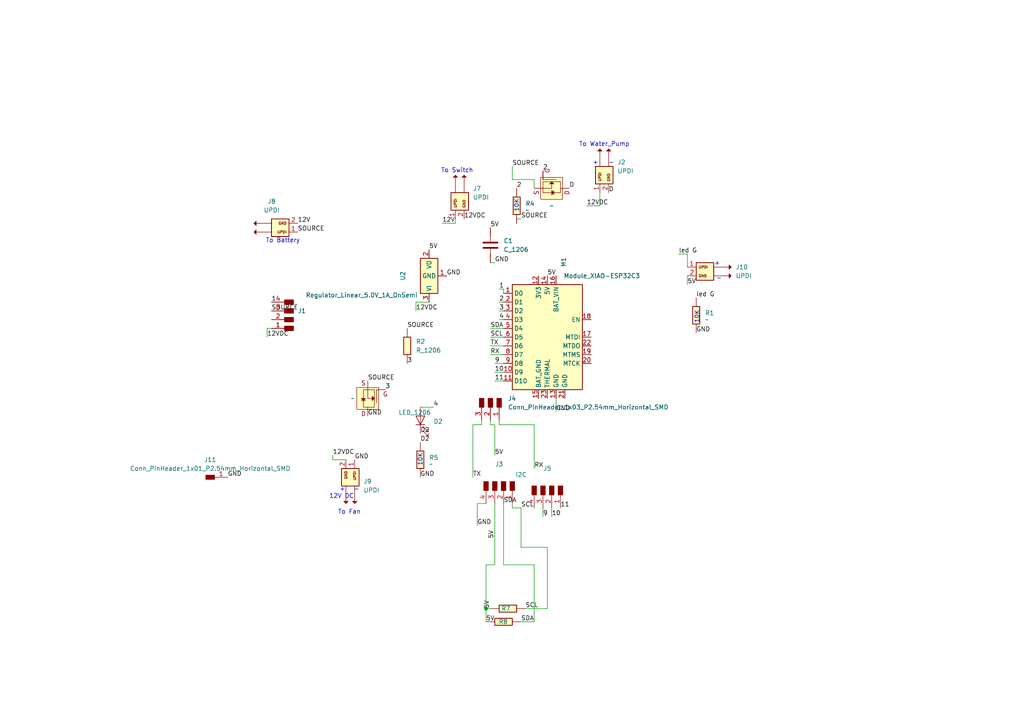
<source format=kicad_sch>
(kicad_sch (version 20231120) (generator "eeschema") (generator_version "8.0")
  (paper "A4")
  (lib_symbols
    (symbol "fab:C_1206" (pin_numbers hide)
      (property "Reference" "C" (at 0.635 2.54 0))
      (property "Value" "C_1206" (at 0.635 -2.54 0))
      (symbol "C_1206_0_1"
        (polyline (pts (xy -2.032 -0.762) (xy 2.032 -0.762)) (stroke (width 0.508)))
        (polyline (pts (xy -2.032 0.762) (xy 2.032 0.762)) (stroke (width 0.508)))
        (polyline (pts (xy 0 -0.635) (xy 0 -2.54)))
        (polyline (pts (xy 0 0.635) (xy 0 2.54)))
      )
      (symbol "C_1206_1_1"
        (pin passive line (at 0 5.08 270) (length 2.54) (name "~") (number "1"))
        (pin passive line (at 0 -5.08 90) (length 2.54) (name "~") (number "2"))
      )
    )
    (symbol "fab:Conn_PinHeader_1x01_P2.54mm_Horizontal_SMD" (pin_names (offset 1.016) hide)
      (property "Reference" "J" (at 0 2.54 0))
      (property "Value" "Conn_PinHeader_1x01_P2.54mm_Horizontal_SMD" (at 0 -2.54 0))
      (symbol "Conn_PinHeader_1x01_P2.54mm_Horizontal_SMD_1_1"
        (rectangle (start -1.27 0.635) (end 1.27 -0.635) (stroke (width 0.1524)) (fill (type outline)))
        (pin passive line (at 5.08 0 180) (length 3.81) (name "Pin_1") (number "1"))
      )
    )
    (symbol "fab:Conn_PinHeader_1x03_P2.54mm_Horizontal_SMD" (pin_names hide)
      (property "Reference" "J" (at 0 5.08 0))
      (property "Value" "Conn_PinHeader_1x03_P2.54mm_Horizontal_SMD" (at 0 -5.08 0))
      (symbol "Conn_PinHeader_1x03_P2.54mm_Horizontal_SMD_1_1"
        (rectangle (start -1.27 -1.905) (end 1.27 -3.175) (stroke (width 0.254)) (fill (type outline)))
        (rectangle (start -1.27 0.635) (end 1.27 -0.635) (stroke (width 0.254)) (fill (type outline)))
        (rectangle (start -1.27 3.175) (end 1.27 1.905) (stroke (width 0.254)) (fill (type outline)))
        (pin passive line (at 5.08 2.54 180) (length 3.81) (name "Pin_1") (number "1"))
        (pin passive line (at 5.08 0 180) (length 3.81) (name "Pin_2") (number "2"))
        (pin passive line (at 5.08 -2.54 180) (length 3.81) (name "Pin_3") (number "3"))
      )
    )
    (symbol "fab:Conn_PinHeader_1x04_P2.54mm_Horizontal_SMD" (pin_names hide)
      (property "Reference" "J" (at 0 5.08 0))
      (property "Value" "Conn_PinHeader_1x04_P2.54mm_Horizontal_SMD" (at 0 -7.62 0))
      (symbol "Conn_PinHeader_1x04_P2.54mm_Horizontal_SMD_1_1"
        (rectangle (start -1.27 -4.445) (end 1.27 -5.715) (stroke (width 0.254)) (fill (type outline)))
        (rectangle (start -1.27 -1.905) (end 1.27 -3.175) (stroke (width 0.254)) (fill (type outline)))
        (rectangle (start -1.27 0.635) (end 1.27 -0.635) (stroke (width 0.254)) (fill (type outline)))
        (rectangle (start -1.27 3.175) (end 1.27 1.905) (stroke (width 0.254)) (fill (type outline)))
        (pin passive line (at 5.08 2.54 180) (length 3.81) (name "Pin_1") (number "1"))
        (pin passive line (at 5.08 0 180) (length 3.81) (name "Pin_2") (number "2"))
        (pin passive line (at 5.08 -2.54 180) (length 3.81) (name "Pin_3") (number "3"))
        (pin passive line (at 5.08 -5.08 180) (length 3.81) (name "Pin_4") (number "4"))
      )
    )
    (symbol "fab:Conn_PinHeader_UPDI_1x02_P2.54mm_Horizontal_SMD"
      (property "Reference" "J" (at 0 3.81 0))
      (property "Value" "Conn_PinHeader_UPDI_1x02_P2.54mm_Horizontal_SMD" (at 0 -3.81 0))
      (symbol "Conn_PinHeader_UPDI_1x02_P2.54mm_Horizontal_SMD_0_0"
        (rectangle (start -2.54 2.54) (end 2.54 -2.54) (stroke (width 0.254)) (fill (type background)))
        (polyline (pts (xy 2.54 -1.27) (xy 7.62 -1.27)))
        (polyline (pts (xy 2.54 1.27) (xy 7.62 1.27)))
        (polyline (pts (xy 6.985 -0.635) (xy 7.62 -1.27) (xy 6.985 -1.905) (xy 6.985 -0.635)) (fill (type outline)))
        (polyline (pts (xy 6.985 1.905) (xy 7.62 1.27) (xy 6.985 0.635) (xy 6.985 1.905)) (fill (type outline)))
        (text "GND" (at -1.905 -1.27 0) (effects (font (size 0.75 0.75)) (justify left)))
        (text "UPDI" (at -1.905 1.27 0) (effects (font (size 0.75 0.75)) (justify left)))
      )
      (symbol "Conn_PinHeader_UPDI_1x02_P2.54mm_Horizontal_SMD_1_1"
        (pin passive line (at -5.08 1.27 0) (length 2.54) (name "") (number "1"))
        (pin passive line (at -5.08 -1.27 0) (length 2.54) (name "") (number "2"))
      )
    )
    (symbol "fab:LED_1206" (pin_numbers hide) (pin_names (offset 1.016) hide)
      (property "Reference" "D" (at 0 2.54 0))
      (property "Value" "LED_1206" (at 0 -2.54 0))
      (symbol "LED_1206_0_1"
        (polyline (pts (xy -1.27 -1.27) (xy -1.27 1.27)) (stroke (width 0.2032)))
        (polyline (pts (xy -1.27 0) (xy 1.27 0)))
        (polyline (pts (xy 1.27 -1.27) (xy 1.27 1.27) (xy -1.27 0) (xy 1.27 -1.27)) (stroke (width 0.2032)))
        (polyline (pts (xy -3.048 -0.762) (xy -4.572 -2.286) (xy -3.81 -2.286) (xy -4.572 -2.286) (xy -4.572 -1.524)))
        (polyline (pts (xy -1.778 -0.762) (xy -3.302 -2.286) (xy -2.54 -2.286) (xy -3.302 -2.286) (xy -3.302 -1.524)))
      )
      (symbol "LED_1206_1_1"
        (pin passive line (at -3.81 0 0) (length 2.54) (name "K") (number "1"))
        (pin passive line (at 3.81 0 180) (length 2.54) (name "A") (number "2"))
      )
    )
    (symbol "fab:Module_XIAO-ESP32C3"
      (property "Reference" "M" (at -10.16 16.51 0))
      (property "Value" "Module_XIAO-ESP32C3" (at 3.81 16.51 0))
      (symbol "Module_XIAO-ESP32C3_1_1"
        (rectangle (start -10.16 15.24) (end 10.16 -15.24) (stroke (width 0.254)) (fill (type background)))
        (pin bidirectional line (at -12.7 12.7 0) (length 2.54) (name "D0") (number "1"))
        (pin bidirectional line (at -12.7 -10.16 0) (length 2.54) (name "D9") (number "10"))
        (pin bidirectional line (at -12.7 -12.7 0) (length 2.54) (name "D10") (number "11"))
        (pin power_in line (at -2.54 17.78 270) (length 2.54) (name "3V3") (number "12"))
        (pin power_in line (at 2.54 -17.78 90) (length 2.54) (name "GND") (number "13"))
        (pin power_in line (at 0 17.78 270) (length 2.54) (name "5V") (number "14"))
        (pin power_in line (at -2.54 -17.78 90) (length 2.54) (name "BAT_GND") (number "15"))
        (pin power_in line (at 2.54 17.78 270) (length 2.54) (name "BAT_VIN") (number "16"))
        (pin input line (at 12.7 0 180) (length 2.54) (name "MTDI") (number "17"))
        (pin input line (at 12.7 5.08 180) (length 2.54) (name "EN") (number "18"))
        (pin input line (at 12.7 -5.08 180) (length 2.54) (name "MTMS") (number "19"))
        (pin bidirectional line (at -12.7 10.16 0) (length 2.54) (name "D1") (number "2"))
        (pin input line (at 12.7 -7.62 180) (length 2.54) (name "MTCK") (number "20"))
        (pin power_in line (at 5.08 -17.78 90) (length 2.54) (name "GND") (number "21"))
        (pin output line (at 12.7 -2.54 180) (length 2.54) (name "MTDO") (number "22"))
        (pin power_in line (at 0 -17.78 90) (length 2.54) (name "THERMAL") (number "23"))
        (pin bidirectional line (at -12.7 7.62 0) (length 2.54) (name "D2") (number "3"))
        (pin bidirectional line (at -12.7 5.08 0) (length 2.54) (name "D3") (number "4"))
        (pin bidirectional line (at -12.7 2.54 0) (length 2.54) (name "D4") (number "5"))
        (pin bidirectional line (at -12.7 0 0) (length 2.54) (name "D5") (number "6"))
        (pin bidirectional line (at -12.7 -2.54 0) (length 2.54) (name "D6") (number "7"))
        (pin bidirectional line (at -12.7 -5.08 0) (length 2.54) (name "D7") (number "8"))
        (pin bidirectional line (at -12.7 -7.62 0) (length 2.54) (name "D8") (number "9"))
      )
    )
    (symbol "fab:R_1206" (pin_numbers hide) (pin_names (offset 0))
      (property "Reference" "R" (at 2.54 0 90))
      (property "Value" "R_1206" (at -2.54 0 90))
      (symbol "R_1206_0_1"
        (rectangle (start -1.016 -2.54) (end 1.016 2.54) (stroke (width 0.254)) (fill (type background)))
      )
      (symbol "R_1206_1_1"
        (pin passive line (at 0 5.08 270) (length 2.54) (name "~") (number "1"))
        (pin passive line (at 0 -5.08 90) (length 2.54) (name "~") (number "2"))
      )
    )
    (symbol "fab:Regulator_Linear_5.0V_1A_OnSemi"
      (property "Reference" "U" (at -5.08 6.35 0))
      (property "Value" "Regulator_Linear_5.0V_1A_OnSemi" (at -5.08 3.81 0))
      (symbol "Regulator_Linear_5.0V_1A_OnSemi_0_1"
        (rectangle (start -5.08 2.54) (end 5.08 -2.54) (stroke (width 0.254)) (fill (type background)))
      )
      (symbol "Regulator_Linear_5.0V_1A_OnSemi_1_1"
        (pin power_in line (at 0 -5.08 90) (length 2.54) (name "GND") (number "1"))
        (pin power_out line (at 7.62 0 180) (length 2.54) (name "VO") (number "2"))
        (pin power_in line (at -7.62 0 0) (length 2.54) (name "VI") (number "3"))
      )
    )
    (symbol "fab:Transistor_MOSFET_NCh_TO252" (pin_numbers hide) (pin_names hide)
      (property "Reference" "Q" (at 3.81 1.27 0))
      (property "Value" "Transistor_MOSFET_NCh_TO252" (at 3.81 -1.27 0))
      (symbol "Transistor_MOSFET_NCh_TO252_0_1"
        (polyline (pts (xy 0 2.54) (xy 1.27 2.54) (xy 1.27 -2.54) (xy 0 -2.54)))
      )
      (symbol "Transistor_MOSFET_NCh_TO252_1_0"
        (text "D" (at 1.27 4.445 0) (effects (font (size 1.27 1.27))))
        (text "G" (at -5.08 -1.27 0) (effects (font (size 1.27 1.27))))
        (text "S" (at 1.27 -4.445 0) (effects (font (size 1.27 1.27))))
      )
      (symbol "Transistor_MOSFET_NCh_TO252_1_1"
        (rectangle (start -3.175 3.175) (end 3.175 -3.175) (fill (type background)))
        (polyline (pts (xy -2.54 -2.54) (xy -2.54 1.27)) (stroke (width 0.15)))
        (polyline (pts (xy -1.905 -2.54) (xy 0 -2.54)) (stroke (width 0.15)))
        (polyline (pts (xy -1.905 2.54) (xy -1.905 -2.54)) (stroke (width 0.15)))
        (polyline (pts (xy 0 2.54) (xy -1.905 2.54)) (stroke (width 0.15)))
        (polyline (pts (xy 0.635 0.635) (xy 1.905 0.635)) (stroke (width 0.15)))
        (polyline (pts (xy 0 -2.54) (xy 0 0) (xy -1.905 0)) (stroke (width 0.15)))
        (polyline (pts (xy -1.905 0) (xy -1.27 0.635) (xy -1.27 -0.635) (xy -1.905 0)) (fill (type outline)))
        (polyline (pts (xy 1.27 0.635) (xy 1.905 0) (xy 0.635 0) (xy 1.27 0.635)) (fill (type outline)))
        (pin passive line (at -5.08 -2.54 0) (length 2.54) (name "G") (number "1"))
        (pin passive line (at 0 5.08 270) (length 2.54) (name "D") (number "2"))
        (pin passive line (at 0 -5.08 90) (length 2.54) (name "S") (number "3"))
      )
    )
  )
  (junction (at 140.97 176.53))
  (wire (pts (xy 143.51 123.19) (xy 142.24 123.19)))
  (wire (pts (xy 137.16 138.43) (xy 137.16 123.19)))
  (wire (pts (xy 146.05 146.05) (xy 146.05 163.83)))
  (wire (pts (xy 143.51 105.41) (xy 146.05 105.41)))
  (wire (pts (xy 151.13 63.5) (xy 149.86 63.5)))
  (wire (pts (xy 128.27 64.77) (xy 132.08 64.77)))
  (wire (pts (xy 142.24 176.53) (xy 140.97 176.53)))
  (wire (pts (xy 199.39 73.66) (xy 199.39 77.47)))
  (wire (pts (xy 120.65 87.63) (xy 124.46 87.63)))
  (wire (pts (xy 137.16 123.19) (xy 139.7 123.19)))
  (wire (pts (xy 140.97 180.34) (xy 140.97 176.53)))
  (wire (pts (xy 143.51 132.08) (xy 143.51 123.19)))
  (wire (pts (xy 154.94 123.19) (xy 144.78 123.19)))
  (wire (pts (xy 142.24 100.33) (xy 146.05 100.33)))
  (wire (pts (xy 173.99 59.69) (xy 173.99 55.88)))
  (wire (pts (xy 170.18 59.69) (xy 173.99 59.69)))
  (wire (pts (xy 139.7 123.19) (xy 139.7 121.92)))
  (wire (pts (xy 140.97 163.83) (xy 140.97 176.53)))
  (wire (pts (xy 143.51 110.49) (xy 146.05 110.49)))
  (wire (pts (xy 157.48 149.86) (xy 157.48 147.32)))
  (wire (pts (xy 146.05 83.82) (xy 146.05 85.09)))
  (wire (pts (xy 146.05 163.83) (xy 154.94 163.83)))
  (wire (pts (xy 199.39 82.55) (xy 199.39 80.01)))
  (wire (pts (xy 77.47 97.79) (xy 77.47 95.25)))
  (wire (pts (xy 142.24 102.87) (xy 146.05 102.87)))
  (wire (pts (xy 144.78 92.71) (xy 146.05 92.71)))
  (wire (pts (xy 142.24 123.19) (xy 142.24 121.92)))
  (wire (pts (xy 140.97 163.83) (xy 143.51 163.83)))
  (wire (pts (xy 154.94 52.07) (xy 154.94 54.61)))
  (wire (pts (xy 154.94 135.89) (xy 154.94 123.19)))
  (wire (pts (xy 158.75 158.75) (xy 158.75 176.53)))
  (wire (pts (xy 161.29 119.38) (xy 161.29 115.57)))
  (wire (pts (xy 149.86 63.5) (xy 149.86 64.77)))
  (wire (pts (xy 151.13 147.32) (xy 151.13 158.75)))
  (wire (pts (xy 143.51 107.95) (xy 146.05 107.95)))
  (wire (pts (xy 151.13 158.75) (xy 158.75 158.75)))
  (wire (pts (xy 142.24 97.79) (xy 146.05 97.79)))
  (wire (pts (xy 138.43 146.05) (xy 140.97 146.05)))
  (wire (pts (xy 144.78 90.17) (xy 146.05 90.17)))
  (wire (pts (xy 154.94 163.83) (xy 154.94 180.34)))
  (wire (pts (xy 96.52 133.35) (xy 100.33 133.35)))
  (wire (pts (xy 77.47 95.25) (xy 78.74 95.25)))
  (wire (pts (xy 143.51 146.05) (xy 143.51 163.83)))
  (wire (pts (xy 96.52 132.08) (xy 96.52 133.35)))
  (wire (pts (xy 144.78 87.63) (xy 146.05 87.63)))
  (wire (pts (xy 125.73 118.11) (xy 121.92 118.11)))
  (wire (pts (xy 151.13 147.32) (xy 148.59 147.32)))
  (wire (pts (xy 143.51 76.2) (xy 142.24 76.2)))
  (wire (pts (xy 132.08 64.77) (xy 132.08 63.5)))
  (wire (pts (xy 196.85 73.66) (xy 199.39 73.66)))
  (wire (pts (xy 148.59 48.26) (xy 148.59 52.07)))
  (wire (pts (xy 142.24 95.25) (xy 146.05 95.25)))
  (wire (pts (xy 160.02 149.86) (xy 160.02 147.32)))
  (wire (pts (xy 158.75 176.53) (xy 152.4 176.53)))
  (wire (pts (xy 144.78 123.19) (xy 144.78 121.92)))
  (wire (pts (xy 144.78 83.82) (xy 146.05 83.82)))
  (wire (pts (xy 138.43 152.4) (xy 138.43 146.05)))
  (wire (pts (xy 154.94 180.34) (xy 151.13 180.34)))
  (wire (pts (xy 148.59 147.32) (xy 148.59 146.05)))
  (wire (pts (xy 148.59 52.07) (xy 154.94 52.07)))
  (wire (pts (xy 120.65 90.17) (xy 120.65 87.63)))
  (text "-" (at 177.292 47.244 0) (effects (font (size 1.27 1.27))))
  (text "+" (at 99.314 141.986 0) (effects (font (size 1.27 1.27))))
  (text "-" (at 208.534 80.772 0) (effects (font (size 1.27 1.27))))
  (text "-" (at 103.378 141.986 0) (effects (font (size 1.27 1.27))))
  (text "10K" (at 202.184 91.948 90) (effects (font (size 1.27 1.27))))
  (text "+" (at 208.026 76.454 0) (effects (font (size 1.27 1.27))))
  (text "+" (at 172.72 47.244 0) (effects (font (size 1.27 1.27))))
  (text "To Fan" (at 101.346 148.59 0) (effects (font (size 1.27 1.27))))
  (text "To Battery" (at 82.042 69.85 0) (effects (font (size 1.27 1.27))))
  (text "10K" (at 149.86 59.69 90) (effects (font (size 1.27 1.27))))
  (text "10K" (at 121.92 133.35 90) (effects (font (size 1.27 1.27))))
  (text "To Water_Pump" (at 175.26 41.91 0) (effects (font (size 1.27 1.27))))
  (text "12V DC" (at 99.06 144.018 0) (effects (font (size 1.27 1.27))))
  (text "To Switch" (at 132.588 49.53 0) (effects (font (size 1.27 1.27))))
  (label "SDA" (at 146.05 146.05 0))
  (label "GND" (at 129.54 80.01 0))
  (label "SCL" (at 142.24 97.79 0))
  (label "SOURCE" (at 118.11 95.25 0))
  (label "GND" (at 138.43 152.4 0))
  (label "12VDC" (at 77.47 97.79 0))
  (label "RX" (at 142.24 102.87 0))
  (label "5V" (at 143.51 156.21 90))
  (label "D2" (at 121.92 125.73 0))
  (label "SDA" (at 142.24 95.25 0))
  (label "12V" (at 86.36 64.77 0))
  (label "4" (at 125.73 118.11 0))
  (label "12VDC" (at 96.52 132.08 0))
  (label "RX" (at 154.94 135.89 0))
  (label "3" (at 144.78 90.17 0))
  (label "D" (at 165.1 54.61 0))
  (label "GND" (at 143.51 76.2 0))
  (label "10" (at 143.51 107.95 0))
  (label "SOURCE" (at 151.13 63.5 0))
  (label "5V" (at 199.39 82.55 0))
  (label "5V" (at 143.51 132.08 0))
  (label "5V" (at 140.97 180.34 0))
  (label "2" (at 144.78 87.63 0))
  (label "12VDC" (at 134.62 63.5 0))
  (label "GND" (at 201.93 96.52 0))
  (label "12V" (at 128.27 64.77 0))
  (label "D" (at 176.53 55.88 0))
  (label "GND" (at 66.04 138.43 0))
  (label "4" (at 144.78 92.71 0))
  (label "12VDC" (at 120.65 90.17 0))
  (label "1" (at 144.78 83.82 0))
  (label "GND" (at 106.68 120.65 0))
  (label "TX" (at 142.24 100.33 0))
  (label "3" (at 111.76 113.03 0))
  (label "10" (at 160.02 149.86 0))
  (label "5V" (at 142.24 66.04 0))
  (label "SDA" (at 151.13 180.34 0))
  (label "SOURCE" (at 78.74 90.17 0))
  (label "GND" (at 121.92 138.43 0))
  (label "led G" (at 196.85 73.66 0))
  (label "TX" (at 137.16 138.43 0))
  (label "SOURCE" (at 86.36 67.31 0))
  (label "5V" (at 124.46 72.39 0))
  (label "1" (at 78.74 87.63 0))
  (label "D2" (at 121.92 128.27 0))
  (label "SOURCE" (at 106.68 110.49 0))
  (label "SOURCE" (at 148.59 48.26 0))
  (label "SCL" (at 152.4 176.53 0))
  (label "11" (at 162.56 147.32 0))
  (label "3" (at 118.11 105.41 0))
  (label "12VDC" (at 170.18 59.69 0))
  (label "2" (at 149.86 54.61 0))
  (label "9" (at 143.51 105.41 0))
  (label "GND" (at 161.29 119.38 0))
  (label "9" (at 157.48 149.86 0))
  (label "2" (at 157.48 49.53 0))
  (label "11" (at 143.51 110.49 0))
  (label "GND" (at 102.87 133.35 0))
  (label "led G" (at 201.93 86.36 0))
  (label "5V" (at 158.75 80.01 0))
  (label "5V" (at 142.24 176.53 90))
  (label "SCL" (at 151.13 147.32 0))
  (symbol (lib_id "fab:Conn_PinHeader_UPDI_1x02_P2.54mm_Horizontal_SMD") (at 175.26 50.8 90) (unit 1)
    (property "Reference" "J2" (at 179.07 47.0534 90) (effects (justify right)))
    (property "Value" "UPDI" (at 179.07 49.5934 90) (effects (justify right)))
    (property "Footprint" "fab:PinHeader_1x02_P2.54mm_Horizontal_SMD" (effects (hide yes)))
    (property "Description" "Male UPDI 2-pin connector" (effects (hide yes)))
  )
  (symbol (lib_id "fab:R_1206") (at 201.93 91.44 0) (unit 1)
    (property "Reference" "R1" (at 204.47 90.8049 0) (effects (justify left)))
    (property "Value" "~" (at 204.47 92.71 0) (effects (justify left)))
    (property "Footprint" "fab:R_1206" (effects (hide yes)))
    (property "Description" "Resistor" (effects (hide yes)))
  )
  (symbol (lib_id "fab:R_1206") (at 118.11 100.33 0) (unit 1)
    (property "Reference" "R2" (at 120.65 99.0599 0) (effects (justify left)))
    (property "Value" "R_1206" (at 120.65 101.5999 0) (effects (justify left)))
    (property "Footprint" "fab:R_1206" (effects (hide yes)))
    (property "Description" "Resistor" (effects (hide yes)))
  )
  (symbol (lib_id "fab:Module_XIAO-ESP32C3") (at 158.75 97.79 0) (unit 1)
    (property "Reference" "M1" (at 163.4841 77.47 90) (effects (justify left)))
    (property "Value" "Module_XIAO-ESP32C3" (at 163.4841 80.01 0) (effects (justify left)))
    (property "Footprint" "fab:SeeedStudio_XIAO_ESP32C3" (effects (hide yes)))
    (property "Datasheet" "https://wiki.seeedstudio.com/XIAO_ESP32C3_Getting_Started/" (effects (hide yes)))
    (property "Description" "ESP32-C3 Transceiver; 802.11 a/b/g/n (Wi-Fi, WiFi, WLAN), Bluetooth® Smart 4.x Low Energy (BLE) 2.4GHz Evaluation Board" (effects (hide yes)))
  )
  (symbol (lib_id "fab:Conn_PinHeader_1x04_P2.54mm_Horizontal_SMD") (at 146.05 140.97 270) (unit 1)
    (property "Reference" "J3" (at 144.78 134.62 90))
    (property "Value" "I2C" (at 151.13 137.668 90))
    (property "Footprint" "fab:PinHeader_1x04_P2.54mm_Horizontal_SMD" (effects (hide yes)))
    (property "Description" "Male connector, single row" (effects (hide yes)))
  )
  (symbol (lib_id "fab:Conn_PinHeader_1x03_P2.54mm_Horizontal_SMD") (at 142.24 116.84 270) (unit 1)
    (property "Reference" "J4" (at 147.32 115.5699 90) (effects (justify left)))
    (property "Value" "Conn_PinHeader_1x03_P2.54mm_Horizontal_SMD" (at 147.32 118.1099 90) (effects (justify left)))
    (property "Footprint" "fab:PinHeader_1x03_P2.54mm_Horizontal_SMD" (effects (hide yes)))
    (property "Description" "Male connector, single row" (effects (hide yes)))
  )
  (symbol (lib_id "fab:R_1206") (at 149.86 59.69 0) (unit 1)
    (property "Reference" "R4" (at 152.4 59.0549 0) (effects (justify left)))
    (property "Value" "~" (at 152.4 60.96 0) (effects (justify left)))
    (property "Footprint" "fab:R_1206" (effects (hide yes)))
    (property "Description" "Resistor" (effects (hide yes)))
  )
  (symbol (lib_id "fab:Conn_PinHeader_UPDI_1x02_P2.54mm_Horizontal_SMD") (at 133.35 58.42 90) (unit 1)
    (property "Reference" "J7" (at 137.16 54.6734 90) (effects (justify right)))
    (property "Value" "UPDI" (at 137.16 57.2134 90) (effects (justify right)))
    (property "Footprint" "fab:PinHeader_1x02_P2.54mm_Horizontal_SMD" (effects (hide yes)))
    (property "Description" "Male UPDI 2-pin connector" (effects (hide yes)))
  )
  (symbol (lib_id "fab:C_1206") (at 142.24 71.12 0) (unit 1)
    (property "Reference" "C1" (at 146.05 69.8499 0) (effects (justify left)))
    (property "Value" "C_1206" (at 146.05 72.3899 0) (effects (justify left)))
    (property "Footprint" "fab:C_1206" (effects (hide yes)))
    (property "Datasheet" "https://www.yageo.com/upload/media/product/productsearch/datasheet/mlcc/UPY-GP_NP0_16V-to-50V_18.pdf" (effects (hide yes)))
    (property "Description" "Unpolarized capacitor, SMD, 1206" (effects (hide yes)))
  )
  (symbol (lib_id "fab:Conn_PinHeader_UPDI_1x02_P2.54mm_Horizontal_SMD") (at 101.6 138.43 270) (unit 1)
    (property "Reference" "J9" (at 105.41 139.6364 90) (effects (justify left)))
    (property "Value" "UPDI" (at 105.41 142.1764 90) (effects (justify left)))
    (property "Footprint" "fab:PinHeader_1x02_P2.54mm_Horizontal_SMD" (effects (hide yes)))
    (property "Description" "Male UPDI 2-pin connector" (effects (hide yes)))
  )
  (symbol (lib_id "fab:Conn_PinHeader_UPDI_1x02_P2.54mm_Horizontal_SMD") (at 204.47 78.74 0) (unit 1)
    (property "Reference" "J10" (at 213.36 77.4699 0) (effects (justify left)))
    (property "Value" "UPDI" (at 213.36 80.0099 0) (effects (justify left)))
    (property "Footprint" "fab:PinHeader_1x02_P2.54mm_Horizontal_SMD" (effects (hide yes)))
    (property "Description" "Male UPDI 2-pin connector" (effects (hide yes)))
  )
  (symbol (lib_id "fab:R_1206") (at 146.05 180.34 90) (unit 1)
    (property "Reference" "R8" (at 147.32 180.34 90) (effects (justify left)))
    (property "Value" "R_1206" (effects (hide yes)))
    (property "Footprint" "fab:R_1206" (effects (hide yes)))
    (property "Description" "Resistor" (effects (hide yes)))
  )
  (symbol (lib_id "fab:Regulator_Linear_5.0V_1A_OnSemi") (at 124.46 80.01 90) (unit 1)
    (property "Reference" "U2" (at 116.84 80.01 0))
    (property "Value" "Regulator_Linear_5.0V_1A_OnSemi" (at 104.902 85.598 90))
    (property "Footprint" "fab:SOT-223-3_TabPin2" (effects (hide yes)))
    (property "Datasheet" "https://www.onsemi.com/pdf/datasheet/ncp1117-d.pdf" (effects (hide yes)))
    (property "Description" "5.0V 1A Linear Voltage Regulator from OnSemi in SOT-223-3_TabPin2 package" (effects (hide yes)))
  )
  (symbol (lib_id "fab:Conn_PinHeader_1x01_P2.54mm_Horizontal_SMD") (at 60.96 138.43 0) (unit 1)
    (property "Reference" "J11" (at 60.96 133.35 0))
    (property "Value" "Conn_PinHeader_1x01_P2.54mm_Horizontal_SMD" (at 60.96 135.89 0))
    (property "Footprint" "fab:PinHeader_1x01_P2.54mm_Horizontal_SMD" (effects (hide yes)))
    (property "Description" "Connector pin header 2.54mm pitch horizontal SMD" (effects (hide yes)))
  )
  (symbol (lib_id "fab:Conn_PinHeader_1x04_P2.54mm_Horizontal_SMD") (at 160.02 142.24 270) (unit 1)
    (property "Reference" "J5" (at 158.75 135.89 90))
    (property "Value" "I2C" (effects (hide yes)))
    (property "Footprint" "fab:PinHeader_1x04_P2.54mm_Horizontal_SMD" (effects (hide yes)))
    (property "Description" "Male connector, single row" (effects (hide yes)))
  )
  (symbol (lib_id "fab:Conn_PinHeader_1x04_P2.54mm_Horizontal_SMD") (at 83.82 92.71 180) (unit 1)
    (property "Reference" "J1" (at 86.36 90.1699 0) (effects (justify right)))
    (property "Value" "I2C" (effects (hide yes)))
    (property "Footprint" "fab:PinHeader_1x04_P2.54mm_Horizontal_SMD" (effects (hide yes)))
    (property "Description" "Male connector, single row" (effects (hide yes)))
  )
  (symbol (lib_id "fab:R_1206") (at 121.92 133.35 180) (unit 1)
    (property "Reference" "R5" (at 124.46 132.7149 0) (effects (justify right)))
    (property "Value" "~" (at 124.46 134.62 0) (effects (justify right)))
    (property "Footprint" "fab:R_1206" (effects (hide yes)))
    (property "Description" "Resistor" (effects (hide yes)))
  )
  (symbol (lib_id "fab:Transistor_MOSFET_NCh_TO252") (at 106.68 115.57 180) (unit 1)
    (property "Reference" "Q1" (effects (hide yes)))
    (property "Value" "~" (at 102.87 115.5699 0) (effects (justify left)))
    (property "Footprint" "fab:TO-252" (effects (hide yes)))
    (property "Datasheet" "https://www.onsemi.com/pub/Collateral/RFD16N05LSM-D.PDF" (effects (hide yes)))
    (property "Description" "N-Channel mosfet RFD16N05LSM9A in TO-252 package" (effects (hide yes)))
  )
  (symbol (lib_id "fab:Conn_PinHeader_UPDI_1x02_P2.54mm_Horizontal_SMD") (at 81.28 66.04 180) (unit 1)
    (property "Reference" "J8" (at 78.8035 58.42 0))
    (property "Value" "UPDI" (at 78.8035 60.96 0))
    (property "Footprint" "fab:PinHeader_1x02_P2.54mm_Horizontal_SMD" (effects (hide yes)))
    (property "Description" "Male UPDI 2-pin connector" (effects (hide yes)))
  )
  (symbol (lib_id "fab:Transistor_MOSFET_NCh_TO252") (at 160.02 54.61 270) (unit 1)
    (property "Reference" "Q3" (effects (hide yes)))
    (property "Value" "~" (at 160.0199 59.69 90))
    (property "Footprint" "fab:TO-252" (effects (hide yes)))
    (property "Datasheet" "https://www.onsemi.com/pub/Collateral/RFD16N05LSM-D.PDF" (effects (hide yes)))
    (property "Description" "N-Channel mosfet RFD16N05LSM9A in TO-252 package" (effects (hide yes)))
  )
  (symbol (lib_id "fab:R_1206") (at 147.32 176.53 90) (unit 1)
    (property "Reference" "R7" (at 148.082 176.53 90) (effects (justify left)))
    (property "Value" "R_1206" (effects (hide yes)))
    (property "Footprint" "fab:R_1206" (effects (hide yes)))
    (property "Description" "Resistor" (effects (hide yes)))
  )
  (symbol (lib_id "fab:LED_1206") (at 121.92 121.92 90) (unit 1)
    (property "Reference" "D2" (at 125.73 122.2501 90) (effects (justify right)))
    (property "Value" "LED_1206" (at 115.57 119.634 90) (effects (justify right)))
    (property "Footprint" "fab:LED_1206" (effects (hide yes)))
    (property "Datasheet" "https://optoelectronics.liteon.com/upload/download/DS-22-98-0002/LTST-C150CKT.pdf" (effects (hide yes)))
    (property "Description" "Light emitting diode, Lite-On Inc. LTST, SMD" (effects (hide yes)))
  )
)
</source>
